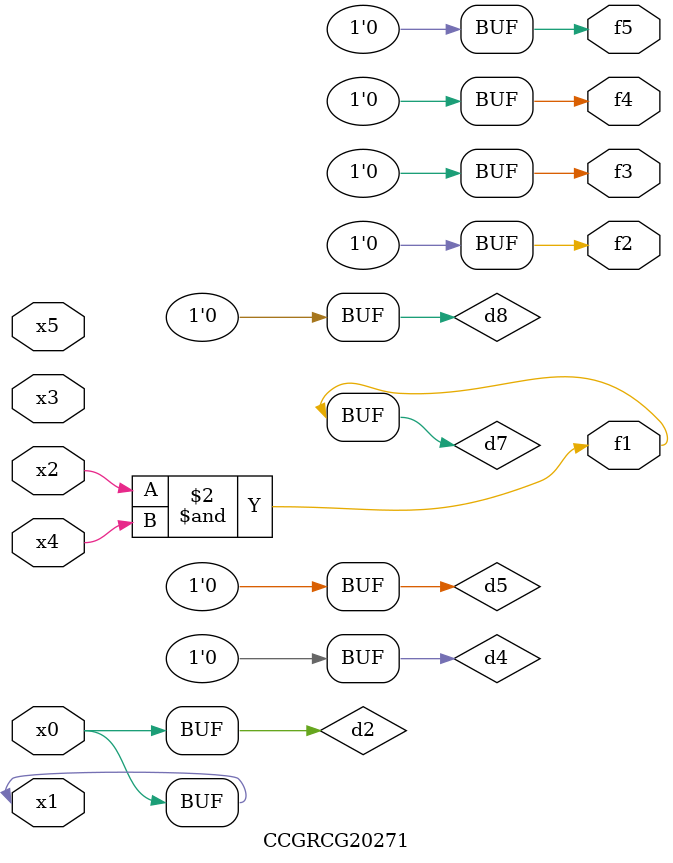
<source format=v>
module CCGRCG20271(
	input x0, x1, x2, x3, x4, x5,
	output f1, f2, f3, f4, f5
);

	wire d1, d2, d3, d4, d5, d6, d7, d8, d9;

	nand (d1, x1);
	buf (d2, x0, x1);
	nand (d3, x2, x4);
	and (d4, d1, d2);
	and (d5, d1, d2);
	nand (d6, d1, d3);
	not (d7, d3);
	xor (d8, d5);
	nor (d9, d5, d6);
	assign f1 = d7;
	assign f2 = d8;
	assign f3 = d8;
	assign f4 = d8;
	assign f5 = d8;
endmodule

</source>
